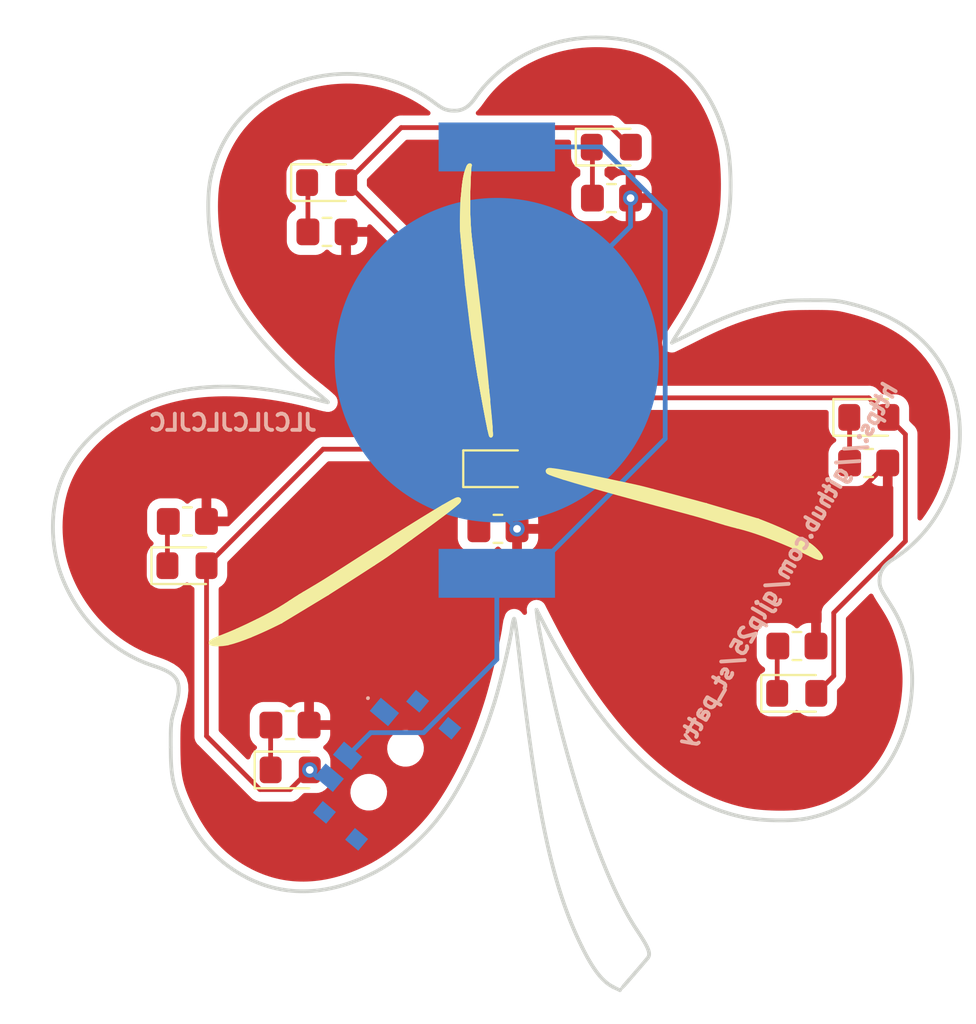
<source format=kicad_pcb>
(kicad_pcb (version 20211014) (generator pcbnew)
  (layers (0 "F.Cu" signal) (31 "B.Cu" signal) (34 "B.Paste" user) (35 "F.Paste" user) (36 "B.SilkS" user "B.Silkscreen") (37 "F.SilkS" user "F.Silkscreen") (38 "B.Mask" user) (39 "F.Mask" user) (44 "Edge.Cuts" user))
  (net 0 "")
  (net 2 "Net-(BT1-Pad1)")
  (net 3 "Net-(D1-Pad2)")
  (net 8 "GND")
  (net 9 "Net-(D1-Pad1)")
  (net 10 "Net-(D2-Pad1)")
  (net 11 "Net-(D3-Pad1)")
  (net 12 "Net-(D4-Pad1)")
  (net 13 "Net-(D5-Pad1)")
  (net 14 "Net-(D6-Pad1)")
  (net 15 "Net-(D7-Pad1)")
  (footprint "LED_SMD:LED_0805_2012Metric_Pad1.15x1.40mm_HandSolder" (layer "F.Cu") (at 98.1 48.66)
    (fp_text reference "D7" hide)
    (fp_text value "LED")
    (fp_line (start -1.86 -0.96) (end -1.86 0.96) (layer "F.SilkS") (width 0.12))
    (fp_line (start 1 -0.96) (end -1.86 -0.96) (layer "F.SilkS") (width 0.12))
    (fp_line (start -1.86 0.96) (end 1 0.96) (layer "F.SilkS") (width 0.12))
    (pad "1" smd roundrect locked (at -1.025 0) (size 1.15 1.4) (layers "F.Cu" "F.Paste" "F.Mask") (roundrect_rratio 0.217391) (net 15 "Net-(D7-Pad1)"))
    (pad "2" smd roundrect locked (at 1.025 0) (size 1.15 1.4) (layers "F.Cu" "F.Paste" "F.Mask") (roundrect_rratio 0.217391) (net 3 "Net-(D1-Pad2)"))
  )
  (footprint "Resistor_SMD:R_0805_2012Metric_Pad1.20x1.40mm_HandSolder" (layer "F.Cu") (at 89.1 36.25)
    (fp_text reference "R1" hide)
    (fp_text value "1k")
    (fp_line (start -0.227064 -0.735) (end 0.227064 -0.735) (layer "F.SilkS") (width 0.12))
    (fp_line (start -0.227064 0.735) (end 0.227064 0.735) (layer "F.SilkS") (width 0.12))
    (pad "1" smd roundrect locked (at -1 0) (size 1.2 1.4) (layers "F.Cu" "F.Paste" "F.Mask") (roundrect_rratio 0.208333) (net 9 "Net-(D1-Pad1)"))
    (pad "2" smd roundrect locked (at 1 0) (size 1.2 1.4) (layers "F.Cu" "F.Paste" "F.Mask") (roundrect_rratio 0.208333) (net 8 "GND"))
  )
  (footprint "Resistor_SMD:R_0805_2012Metric_Pad1.20x1.40mm_HandSolder" (layer "F.Cu") (at 113.73 57.95)
    (fp_text reference "R4" hide)
    (fp_text value "1k")
    (fp_line (start -0.227064 0.735) (end 0.227064 0.735) (layer "F.SilkS") (width 0.12))
    (fp_line (start -0.227064 -0.735) (end 0.227064 -0.735) (layer "F.SilkS") (width 0.12))
    (pad "1" smd roundrect locked (at -1 0) (size 1.2 1.4) (layers "F.Cu" "F.Paste" "F.Mask") (roundrect_rratio 0.208333) (net 12 "Net-(D4-Pad1)"))
    (pad "2" smd roundrect locked (at 1 0) (size 1.2 1.4) (layers "F.Cu" "F.Paste" "F.Mask") (roundrect_rratio 0.208333) (net 8 "GND"))
  )
  (footprint "Resistor_SMD:R_0805_2012Metric_Pad1.20x1.40mm_HandSolder" (layer "F.Cu") (at 98.06 51.81)
    (fp_text reference "R7" hide)
    (fp_text value "1k")
    (fp_line (start -0.227064 -0.735) (end 0.227064 -0.735) (layer "F.SilkS") (width 0.12))
    (fp_line (start -0.227064 0.735) (end 0.227064 0.735) (layer "F.SilkS") (width 0.12))
    (pad "1" smd roundrect locked (at -1 0) (size 1.2 1.4) (layers "F.Cu" "F.Paste" "F.Mask") (roundrect_rratio 0.208333) (net 15 "Net-(D7-Pad1)"))
    (pad "2" smd roundrect locked (at 1 0) (size 1.2 1.4) (layers "F.Cu" "F.Paste" "F.Mask") (roundrect_rratio 0.208333) (net 8 "GND"))
  )
  (footprint "LED_SMD:LED_0805_2012Metric_Pad1.15x1.40mm_HandSolder" (layer "F.Cu") (at 113.72 60.43)
    (fp_text reference "D4" hide)
    (fp_text value "LED")
    (fp_line (start -1.86 0.96) (end 1 0.96) (layer "F.SilkS") (width 0.12))
    (fp_line (start -1.86 -0.96) (end -1.86 0.96) (layer "F.SilkS") (width 0.12))
    (fp_line (start 1 -0.96) (end -1.86 -0.96) (layer "F.SilkS") (width 0.12))
    (pad "1" smd roundrect locked (at -1.025 0) (size 1.15 1.4) (layers "F.Cu" "F.Paste" "F.Mask") (roundrect_rratio 0.217391) (net 12 "Net-(D4-Pad1)"))
    (pad "2" smd roundrect locked (at 1.025 0) (size 1.15 1.4) (layers "F.Cu" "F.Paste" "F.Mask") (roundrect_rratio 0.217391) (net 3 "Net-(D1-Pad2)"))
  )
  (footprint "Resistor_SMD:R_0805_2012Metric_Pad1.20x1.40mm_HandSolder" (layer "F.Cu") (at 117.49 48.36)
    (fp_text reference "R3" hide)
    (fp_text value "1k")
    (fp_line (start -0.227064 -0.735) (end 0.227064 -0.735) (layer "F.SilkS") (width 0.12))
    (fp_line (start -0.227064 0.735) (end 0.227064 0.735) (layer "F.SilkS") (width 0.12))
    (pad "1" smd roundrect locked (at -1 0) (size 1.2 1.4) (layers "F.Cu" "F.Paste" "F.Mask") (roundrect_rratio 0.208333) (net 11 "Net-(D3-Pad1)"))
    (pad "2" smd roundrect locked (at 1 0) (size 1.2 1.4) (layers "F.Cu" "F.Paste" "F.Mask") (roundrect_rratio 0.208333) (net 8 "GND"))
  )
  (footprint "LED_SMD:LED_0805_2012Metric_Pad1.15x1.40mm_HandSolder" (layer "F.Cu") (at 81.76 53.74)
    (fp_text reference "D6" hide)
    (fp_text value "LED")
    (fp_line (start -1.86 -0.96) (end -1.86 0.96) (layer "F.SilkS") (width 0.12))
    (fp_line (start 1 -0.96) (end -1.86 -0.96) (layer "F.SilkS") (width 0.12))
    (fp_line (start -1.86 0.96) (end 1 0.96) (layer "F.SilkS") (width 0.12))
    (pad "1" smd roundrect locked (at -1.025 0) (size 1.15 1.4) (layers "F.Cu" "F.Paste" "F.Mask") (roundrect_rratio 0.217391) (net 14 "Net-(D6-Pad1)"))
    (pad "2" smd roundrect locked (at 1.025 0) (size 1.15 1.4) (layers "F.Cu" "F.Paste" "F.Mask") (roundrect_rratio 0.217391) (net 3 "Net-(D1-Pad2)"))
  )
  (footprint "Resistor_SMD:R_0805_2012Metric_Pad1.20x1.40mm_HandSolder" (layer "F.Cu") (at 104.01 34.48)
    (fp_text reference "R2" hide)
    (fp_text value "1k")
    (fp_line (start -0.227064 -0.735) (end 0.227064 -0.735) (layer "F.SilkS") (width 0.12))
    (fp_line (start -0.227064 0.735) (end 0.227064 0.735) (layer "F.SilkS") (width 0.12))
    (pad "1" smd roundrect locked (at -1 0) (size 1.2 1.4) (layers "F.Cu" "F.Paste" "F.Mask") (roundrect_rratio 0.208333) (net 10 "Net-(D2-Pad1)"))
    (pad "2" smd roundrect locked (at 1 0) (size 1.2 1.4) (layers "F.Cu" "F.Paste" "F.Mask") (roundrect_rratio 0.208333) (net 8 "GND"))
  )
  (footprint "LED_SMD:LED_0805_2012Metric_Pad1.15x1.40mm_HandSolder" (layer "F.Cu") (at 87.17 64.44)
    (fp_text reference "D5" hide)
    (fp_text value "LED")
    (fp_line (start -1.86 0.96) (end 1 0.96) (layer "F.SilkS") (width 0.12))
    (fp_line (start -1.86 -0.96) (end -1.86 0.96) (layer "F.SilkS") (width 0.12))
    (fp_line (start 1 -0.96) (end -1.86 -0.96) (layer "F.SilkS") (width 0.12))
    (pad "1" smd roundrect locked (at -1.025 0) (size 1.15 1.4) (layers "F.Cu" "F.Paste" "F.Mask") (roundrect_rratio 0.217391) (net 13 "Net-(D5-Pad1)"))
    (pad "2" smd roundrect locked (at 1.025 0) (size 1.15 1.4) (layers "F.Cu" "F.Paste" "F.Mask") (roundrect_rratio 0.217391) (net 3 "Net-(D1-Pad2)"))
  )
  (footprint "Resistor_SMD:R_0805_2012Metric_Pad1.20x1.40mm_HandSolder" (layer "F.Cu") (at 87.16 62.09)
    (fp_text reference "R5" hide)
    (fp_text value "1k")
    (fp_line (start -0.227064 -0.735) (end 0.227064 -0.735) (layer "F.SilkS") (width 0.12))
    (fp_line (start -0.227064 0.735) (end 0.227064 0.735) (layer "F.SilkS") (width 0.12))
    (pad "1" smd roundrect locked (at -1 0) (size 1.2 1.4) (layers "F.Cu" "F.Paste" "F.Mask") (roundrect_rratio 0.208333) (net 13 "Net-(D5-Pad1)"))
    (pad "2" smd roundrect locked (at 1 0) (size 1.2 1.4) (layers "F.Cu" "F.Paste" "F.Mask") (roundrect_rratio 0.208333) (net 8 "GND"))
  )
  (footprint "LED_SMD:LED_0805_2012Metric_Pad1.15x1.40mm_HandSolder" (layer "F.Cu") (at 117.5 45.97)
    (fp_text reference "D3" hide)
    (fp_text value "LED")
    (fp_line (start -1.86 -0.96) (end -1.86 0.96) (layer "F.SilkS") (width 0.12))
    (fp_line (start 1 -0.96) (end -1.86 -0.96) (layer "F.SilkS") (width 0.12))
    (fp_line (start -1.86 0.96) (end 1 0.96) (layer "F.SilkS") (width 0.12))
    (pad "1" smd roundrect locked (at -1.025 0) (size 1.15 1.4) (layers "F.Cu" "F.Paste" "F.Mask") (roundrect_rratio 0.217391) (net 11 "Net-(D3-Pad1)"))
    (pad "2" smd roundrect locked (at 1.025 0) (size 1.15 1.4) (layers "F.Cu" "F.Paste" "F.Mask") (roundrect_rratio 0.217391) (net 3 "Net-(D1-Pad2)"))
  )
  (footprint "LED_SMD:LED_0805_2012Metric_Pad1.15x1.40mm_HandSolder" (layer "F.Cu") (at 104 31.81)
    (fp_text reference "D2" hide)
    (fp_text value "LED")
    (fp_line (start -1.86 0.96) (end 1 0.96) (layer "F.SilkS") (width 0.12))
    (fp_line (start -1.86 -0.96) (end -1.86 0.96) (layer "F.SilkS") (width 0.12))
    (fp_line (start 1 -0.96) (end -1.86 -0.96) (layer "F.SilkS") (width 0.12))
    (pad "1" smd roundrect locked (at -1.025 0) (size 1.15 1.4) (layers "F.Cu" "F.Paste" "F.Mask") (roundrect_rratio 0.217391) (net 10 "Net-(D2-Pad1)"))
    (pad "2" smd roundrect locked (at 1.025 0) (size 1.15 1.4) (layers "F.Cu" "F.Paste" "F.Mask") (roundrect_rratio 0.217391) (net 3 "Net-(D1-Pad2)"))
  )
  (footprint "LED_SMD:LED_0805_2012Metric_Pad1.15x1.40mm_HandSolder" (layer "F.Cu") (at 89.08 33.67)
    (fp_text reference "D1" hide)
    (fp_text value "LED")
    (fp_line (start -1.86 0.96) (end 1 0.96) (layer "F.SilkS") (width 0.12))
    (fp_line (start 1 -0.96) (end -1.86 -0.96) (layer "F.SilkS") (width 0.12))
    (fp_line (start -1.86 -0.96) (end -1.86 0.96) (layer "F.SilkS") (width 0.12))
    (pad "1" smd roundrect locked (at -1.025 0) (size 1.15 1.4) (layers "F.Cu" "F.Paste" "F.Mask") (roundrect_rratio 0.217391) (net 9 "Net-(D1-Pad1)"))
    (pad "2" smd roundrect locked (at 1.025 0) (size 1.15 1.4) (layers "F.Cu" "F.Paste" "F.Mask") (roundrect_rratio 0.217391) (net 3 "Net-(D1-Pad2)"))
  )
  (footprint "Resistor_SMD:R_0805_2012Metric_Pad1.20x1.40mm_HandSolder" (layer "F.Cu") (at 81.78 51.42)
    (fp_text reference "R6" hide)
    (fp_text value "1k")
    (fp_line (start -0.227064 0.735) (end 0.227064 0.735) (layer "F.SilkS") (width 0.12))
    (fp_line (start -0.227064 -0.735) (end 0.227064 -0.735) (layer "F.SilkS") (width 0.12))
    (pad "1" smd roundrect locked (at -1 0) (size 1.2 1.4) (layers "F.Cu" "F.Paste" "F.Mask") (roundrect_rratio 0.208333) (net 14 "Net-(D6-Pad1)"))
    (pad "2" smd roundrect locked (at 1 0) (size 1.2 1.4) (layers "F.Cu" "F.Paste" "F.Mask") (roundrect_rratio 0.208333) (net 8 "GND"))
  )
  (footprint "user-footprints:CR2032_holder_ali" (layer "B.Cu") (at 98 42.97 90)
    (fp_text reference "BT1" hide)
    (fp_text value "Battery_Cell")
    (pad "1" smd rect (at 11.17 0 90) (size 2.56 6.1) (layers "B.Cu" "B.Paste" "B.Mask") (net 2 "Net-(BT1-Pad1)"))
    (pad "1" smd rect (at -11.17 0 90) (size 2.56 6.1) (layers "B.Cu" "B.Paste" "B.Mask") (net 2 "Net-(BT1-Pad1)"))
    (pad "2" smd circle (at 0 0 90) (size 17 17) (layers "B.Cu" "B.Paste" "B.Mask") (net 8 "GND"))
  )
  (footprint "user-footprints:MK12C02" (layer "B.Cu") (at 92.250476 64.459603 -130)
    (fp_text reference "J1" hide)
    (fp_text value "MK-12C02" hide)
    (fp_line (start -2.2 3.2) (end -2.2 3.2) (layer "B.SilkS") (width 0.1))
    (fp_line (start -2.3 3.2) (end -2.3 3.2) (layer "B.SilkS") (width 0.1))
    (fp_arc (start -2.2 3.2) (mid -2.25 3.25) (end -2.3 3.2) (layer "B.SilkS") (width 0.1))
    (fp_arc (start -2.3 3.2) (mid -2.25 3.15) (end -2.2 3.2) (layer "B.SilkS") (width 0.1))
    (pad "" np_thru_hole circle locked (at 1.5 0 230) (size 0.9 0.9) (drill 0.9) (layers *.Cu *.Mask))
    (pad "" np_thru_hole circle locked (at -1.5 0 230) (size 0.9 0.9) (drill 0.9) (layers *.Cu *.Mask))
    (pad "1" smd rect locked (at -2.25 2.075 230) (size 0.9 1.25) (layers "B.Cu" "B.Paste" "B.Mask"))
    (pad "2" smd rect locked (at 0.75 2.075 230) (size 0.9 1.25) (layers "B.Cu" "B.Paste" "B.Mask") (net 2 "Net-(BT1-Pad1)"))
    (pad "3" smd rect locked (at 2.25 2.075 230) (size 0.9 1.25) (layers "B.Cu" "B.Paste" "B.Mask") (net 3 "Net-(D1-Pad2)"))
    (pad "MP1" smd rect locked (at -3.8 1.1 230) (size 0.8 0.9) (layers "B.Cu" "B.Paste" "B.Mask"))
    (pad "MP2" smd rect locked (at -3.8 -1.1 230) (size 0.8 0.9) (layers "B.Cu" "B.Paste" "B.Mask"))
    (pad "MP3" smd rect locked (at 3.8 -1.1 230) (size 0.8 0.9) (layers "B.Cu" "B.Paste" "B.Mask"))
    (pad "MP4" smd rect locked (at 3.8 1.1 230) (size 0.8 0.9) (layers "B.Cu" "B.Paste" "B.Mask"))
  )
  (gr_line (start 111.681759 51.365118) (end 108.958229 50.558202) (layer "F.SilkS") (width 0.2))
  (gr_curve (pts (xy 97.51799 45.449611) (xy 97.526906 45.459353) (xy 97.543205 45.474281) (xy 97.569668 45.471831)) (layer "F.SilkS") (width 0.2))
  (gr_curve (pts (xy 96.479759 32.91227) (xy 96.515426 32.836876) (xy 96.552568 32.775191) (xy 96.562297 32.775191)) (layer "F.SilkS") (width 0.2))
  (gr_curve (pts (xy 96.182927 35.551822) (xy 96.191846 34.205241) (xy 96.292806 33.307457) (xy 96.479759 32.91227)) (layer "F.SilkS") (width 0.2))
  (gr_curve (pts (xy 87.140188 55.811143) (xy 87.397482 55.643522) (xy 87.958529 55.295687) (xy 88.386959 55.038179)) (layer "F.SilkS") (width 0.2))
  (gr_curve (pts (xy 100.679003 48.824951) (xy 100.687629 48.835336) (xy 100.696175 48.841461) (xy 100.705951 48.848004)) (layer "F.SilkS") (width 0.2))
  (gr_line (start 96.594753 32.76222) (end 96.594753 32.762233) (layer "F.SilkS") (width 0.2))
  (gr_curve (pts (xy 93.491256 52.284822) (xy 94.968492 51.220865) (xy 95.711381 50.655983) (xy 95.942108 50.435352)) (layer "F.SilkS") (width 0.2))
  (gr_curve (pts (xy 83.488395 57.503383) (xy 83.277305 57.586147) (xy 83.219516 57.599676) (xy 83.051939 57.713973)) (layer "F.SilkS") (width 0.2))
  (gr_curve (pts (xy 96.491401 32.85007) (xy 96.525403 32.790895) (xy 96.553713 32.743242) (xy 96.594753 32.76222)) (layer "F.SilkS") (width 0.2))
  (gr_line (start 96.429904 39.030065) (end 96.429904 39.029033) (layer "F.SilkS") (width 0.2))
  (gr_curve (pts (xy 93.433111 52.204) (xy 91.919953 53.293829) (xy 92.119659 53.144297) (xy 91.480258 53.561643)) (layer "F.SilkS") (width 0.2))
  (gr_curve (pts (xy 95.501734 50.623758) (xy 95.538469 50.660494) (xy 93.01936 52.510123) (xy 91.967683 53.2186)) (layer "F.SilkS") (width 0.2))
  (gr_curve (pts (xy 97.501964 44.566968) (xy 97.524136 44.848543) (xy 97.52851 45.013557) (xy 97.530386 45.158663)) (layer "F.SilkS") (width 0.2))
  (gr_curve (pts (xy 89.350031 54.314298) (xy 88.829786 54.648948) (xy 88.343049 54.928848) (xy 87.901929 55.193489)) (layer "F.SilkS") (width 0.2))
  (gr_curve (pts (xy 108.16894 50.884362) (xy 105.75267 50.241176) (xy 102.892906 49.466741) (xy 101.530959 49.041593)) (layer "F.SilkS") (width 0.2))
  (gr_curve (pts (xy 114.330431 52.734339) (xy 114.468448 52.831578) (xy 114.577948 52.926257) (xy 114.643761 53.009653)) (layer "F.SilkS") (width 0.2))
  (gr_curve (pts (xy 96.654309 37.084623) (xy 96.68778 37.347209) (xy 96.749901 37.946509) (xy 96.792356 38.4164)) (layer "F.SilkS") (width 0.2))
  (gr_curve (pts (xy 97.082292 43.775294) (xy 96.824763 42.303799) (xy 96.542952 40.068665) (xy 96.31 37.65)) (layer "F.SilkS") (width 0.2))
  (gr_curve (pts (xy 114.686716 53.138249) (xy 113.822537 52.700115) (xy 112.185488 51.964547) (xy 110.626627 51.591981)) (layer "F.SilkS") (width 0.2))
  (gr_curve (pts (xy 95.187365 50.647167) (xy 93.951227 51.370113) (xy 91.453228 52.961404) (xy 89.350031 54.314298)) (layer "F.SilkS") (width 0.2))
  (gr_curve (pts (xy 100.665695 48.767845) (xy 100.658048 48.793293) (xy 100.670378 48.814582) (xy 100.679003 48.824951)) (layer "F.SilkS") (width 0.2))
  (gr_line (start 96.594753 32.762233) (end 96.594753 32.76222) (layer "F.SilkS") (width 0.2))
  (gr_curve (pts (xy 110.004021 51.528804) (xy 110.210255 51.588701) (xy 110.409362 51.643187) (xy 110.602997 51.689465)) (layer "F.SilkS") (width 0.2))
  (gr_curve (pts (xy 86.679811 56.672539) (xy 86.680923 56.67201) (xy 86.682007 56.67148) (xy 86.683066 56.670951)) (layer "F.SilkS") (width 0.2))
  (gr_curve (pts (xy 86.958864 55.793056) (xy 86.475229 56.102015) (xy 85.975546 56.372044) (xy 85.462475 56.625782)) (layer "F.SilkS") (width 0.2))
  (gr_curve (pts (xy 97.691099 46.922188) (xy 97.684378 46.922188) (xy 97.644025 46.761055) (xy 97.601425 46.564116)) (layer "F.SilkS") (width 0.2))
  (gr_curve (pts (xy 84.402286 57.126026) (xy 84.163516 57.235088) (xy 83.747046 57.401963) (xy 83.488395 57.503383)) (layer "F.SilkS") (width 0.2))
  (gr_curve (pts (xy 87.901929 55.193489) (xy 87.830726 55.236206) (xy 87.760712 55.278526) (xy 87.691937 55.320613)) (layer "F.SilkS") (width 0.2))
  (gr_curve (pts (xy 100.83625 48.721501) (xy 100.796436 48.718771) (xy 100.765588 48.718268) (xy 100.740868 48.720575)) (layer "F.SilkS") (width 0.2))
  (gr_curve (pts (xy 100.705951 48.848004) (xy 100.725504 48.861093) (xy 100.750459 48.873791) (xy 100.782791 48.88826)) (layer "F.SilkS") (width 0.2))
  (gr_line (start 111.652917 51.46098) (end 111.653446 51.461179) (layer "F.SilkS") (width 0.2))
  (gr_curve (pts (xy 95.971427 50.249439) (xy 95.957933 50.248831) (xy 95.947667 50.251001) (xy 95.936237 50.253826)) (layer "F.SilkS") (width 0.2))
  (gr_curve (pts (xy 96.31 37.65) (xy 96.181998 36.320997) (xy 96.178243 36.258997) (xy 96.182927 35.551822)) (layer "F.SilkS") (width 0.2))
  (gr_curve (pts (xy 87.691937 55.320613) (xy 87.508759 55.432712) (xy 87.334372 55.543168) (xy 87.169739 55.655118)) (layer "F.SilkS") (width 0.2))
  (gr_curve (pts (xy 96.743354 37.719842) (xy 96.79577 38.151001) (xy 96.849488 38.596054) (xy 96.903059 39.044621)) (layer "F.SilkS") (width 0.2))
  (gr_curve (pts (xy 97.006183 40.414067) (xy 97.452954 44.152528) (xy 97.744433 46.922188) (xy 97.691099 46.922188)) (layer "F.SilkS") (width 0.2))
  (gr_curve (pts (xy 85.462475 56.625782) (xy 85.114944 56.797655) (xy 84.761273 56.962059) (xy 84.402286 57.126026)) (layer "F.SilkS") (width 0.2))
  (gr_curve (pts (xy 97.006183 40.414067) (xy 97.452954 44.152528) (xy 97.744433 46.922188) (xy 97.691099 46.922188)) (layer "F.SilkS") (width 0.2))
  (gr_curve (pts (xy 96.515716 35.418456) (xy 96.544554 36.131656) (xy 96.566558 36.396182) (xy 96.654309 37.084623)) (layer "F.SilkS") (width 0.2))
  (gr_curve (pts (xy 96.792356 38.4164) (xy 96.834812 38.886291) (xy 96.931034 39.785241) (xy 97.006183 40.414067)) (layer "F.SilkS") (width 0.2))
  (gr_curve (pts (xy 95.237668 50.733254) (xy 95.481474 50.590657) (xy 95.628111 50.514849) (xy 95.757913 50.44996)) (layer "F.SilkS") (width 0.2))
  (gr_line (start 86.631697 56.585091) (end 86.631221 56.585321) (layer "F.SilkS") (width 0.2))
  (gr_line (start 83.348447 57.69778) (end 83.348436 57.697786) (layer "F.SilkS") (width 0.2))
  (gr_line (start 96.429904 39.029033) (end 96.166356 36.202332) (layer "F.SilkS") (width 0.2))
  (gr_line (start 83.424203 57.728406) (end 83.424203 57.728406) (layer "F.SilkS") (width 0.2))
  (gr_line (start 89.062366 55.11617) (end 89.061413 55.116699) (layer "F.SilkS") (width 0.2))
  (gr_curve (pts (xy 83.887072 57.706406) (xy 83.722238 57.742921) (xy 83.5785 57.760084) (xy 83.472529 57.752557)) (layer "F.SilkS") (width 0.2))
  (gr_curve (pts (xy 96.561767 32.99506) (xy 96.514406 33.566808) (xy 96.490887 34.804437) (xy 96.515716 35.418456)) (layer "F.SilkS") (width 0.2))
  (gr_curve (pts (xy 108.956641 50.55762) (xy 108.956641 50.55762) (xy 107.141642 50.066667) (xy 106.17712 49.816789)) (layer "F.SilkS") (width 0.2))
  (gr_curve (pts (xy 111.653446 51.461179) (xy 111.656833 51.462449) (xy 112.473051 51.765731) (xy 113.266311 52.143127)) (layer "F.SilkS") (width 0.2))
  (gr_curve (pts (xy 97.691099 46.922188) (xy 97.684378 46.922188) (xy 97.644025 46.761055) (xy 97.601425 46.564116)) (layer "F.SilkS") (width 0.2))
  (gr_curve (pts (xy 95.854727 50.283506) (xy 95.724867 50.340166) (xy 95.496402 50.466433) (xy 95.187365 50.647167)) (layer "F.SilkS") (width 0.2))
  (gr_curve (pts (xy 96.562297 32.775191) (xy 96.572025 32.775191) (xy 96.57179 32.874132) (xy 96.561767 32.99506)) (layer "F.SilkS") (width 0.2))
  (gr_curve (pts (xy 114.388007 52.652789) (xy 114.10309 52.452049) (xy 113.709099 52.243174) (xy 113.309017 52.052838)) (layer "F.SilkS") (width 0.2))
  (gr_curve (pts (xy 111.685119 51.366467) (xy 111.684061 51.365991) (xy 111.682738 51.365541) (xy 111.681759 51.365118)) (layer "F.SilkS") (width 0.2))
  (gr_curve (pts (xy 100.782791 48.88826) (xy 100.912138 48.946079) (xy 101.159351 49.029895) (xy 101.501092 49.136578)) (layer "F.SilkS") (width 0.2))
  (gr_line (start 108.931016 50.654161) (end 111.652917 51.46098) (layer "F.SilkS") (width 0.2))
  (gr_curve (pts (xy 83.472529 57.752557) (xy 83.404453 57.747715) (xy 83.349227 57.742979) (xy 83.348436 57.697786)) (layer "F.SilkS") (width 0.2))
  (gr_curve (pts (xy 97.006183 40.414067) (xy 97.452954 44.152528) (xy 97.744433 46.922188) (xy 97.691099 46.922188)) (layer "F.SilkS") (width 0.2))
  (gr_curve (pts (xy 96.166356 36.201803) (xy 96.166266 36.198204) (xy 96.144184 35.327723) (xy 96.199429 34.451005)) (layer "F.SilkS") (width 0.2))
  (gr_curve (pts (xy 108.958229 50.558202) (xy 108.9577 50.557995) (xy 108.95717 50.557805) (xy 108.956641 50.55762)) (layer "F.SilkS") (width 0.2))
  (gr_curve (pts (xy 96.927033 39.650699) (xy 97.228787 42.132835) (xy 97.573677 45.075463) (xy 97.685643 46.497824)) (layer "F.SilkS") (width 0.2))
  (gr_curve (pts (xy 86.631221 56.585321) (xy 86.628022 56.586909) (xy 85.85406 56.985983) (xy 85.040806 57.318101)) (layer "F.SilkS") (width 0.2))
  (gr_curve (pts (xy 89.115381 55.200625) (xy 89.115381 55.200625) (xy 90.700773 54.189795) (xy 91.535131 53.645198)) (layer "F.SilkS") (width 0.2))
  (gr_curve (pts (xy 96.31 37.65) (xy 96.181998 36.320997) (xy 96.178243 36.258997) (xy 96.182927 35.551822)) (layer "F.SilkS") (width 0.2))
  (gr_curve (pts (xy 103.854055 49.28726) (xy 102.07264 48.912036) (xy 101.154734 48.74343) (xy 100.83625 48.721501)) (layer "F.SilkS") (width 0.2))
  (gr_curve (pts (xy 83.34847 57.697698) (xy 84.254387 57.354071) (xy 85.900722 56.639532) (xy 87.226089 55.738279)) (layer "F.SilkS") (width 0.2))
  (gr_poly (pts (xy 104.478621 49.464585) (xy 107.698621 50.254585) (xy 110.858621 51.204585) (xy 111.878621 51.494585) (xy 113.288621 52.204585) (xy 114.228621 52.734585) (xy 114.818621 53.154585) (xy 114.66 53.22) (xy 114.198621 52.994585) (xy 113.118621 52.464585) (xy 112.048621 52.034585) (xy 109.938621 51.384585) (xy 107.698621 50.714585) (xy 106.028621 50.304585) (xy 103.558621 49.594585) (xy 101.618621 49.174585) (xy 101.598621 48.92)) (layer "F.SilkS") (width 0.15) (fill solid))
  (gr_curve (pts (xy 96.903059 39.044621) (xy 97.157897 41.178404) (xy 97.409447 43.391677) (xy 97.501964 44.566968)) (layer "F.SilkS") (width 0.2))
  (gr_curve (pts (xy 83.908488 57.803902) (xy 84.248769 57.728522) (xy 84.668532 57.578001) (xy 85.078698 57.410493)) (layer "F.SilkS") (width 0.2))
  (gr_curve (pts (xy 96.515716 35.418456) (xy 96.544554 36.131656) (xy 96.566558 36.396182) (xy 96.654309 37.084623)) (layer "F.SilkS") (width 0.2))
  (gr_curve (pts (xy 96.561767 32.99506) (xy 96.514406 33.566808) (xy 96.490887 34.804437) (xy 96.515716 35.418456)) (layer "F.SilkS") (width 0.2))
  (gr_curve (pts (xy 108.143392 50.981077) (xy 108.837648 51.165881) (xy 109.446874 51.36702) (xy 110.004021 51.528804)) (layer "F.SilkS") (width 0.2))
  (gr_curve (pts (xy 101.501092 49.136578) (xy 102.868059 49.563293) (xy 105.726791 50.337802) (xy 108.143392 50.981077)) (layer "F.SilkS") (width 0.2))
  (gr_curve (pts (xy 97.497829 45.419639) (xy 97.503491 45.430683) (xy 97.509073 45.439869) (xy 97.51799 45.449611)) (layer "F.SilkS") (width 0.2))
  (gr_curve (pts (xy 96.182927 35.551822) (xy 96.191846 34.205241) (xy 96.292806 33.307457) (xy 96.479759 32.91227)) (layer "F.SilkS") (width 0.2))
  (gr_curve (pts (xy 101.530959 49.041593) (xy 101.26134 48.957435) (xy 101.106541 48.900114) (xy 100.971148 48.84788)) (layer "F.SilkS") (width 0.2))
  (gr_curve (pts (xy 90.284115 53.853732) (xy 92.50358 52.432073) (xy 94.033654 51.471136) (xy 94.907645 50.950001)) (layer "F.SilkS") (width 0.2))
  (gr_curve (pts (xy 91.967683 53.2186) (xy 90.412445 54.266305) (xy 87.051937 56.352099) (xy 86.360795 56.698674)) (layer "F.SilkS") (width 0.2))
  (gr_curve (pts (xy 88.386959 55.038179) (xy 88.81539 54.780671) (xy 89.66911 54.24767) (xy 90.284115 53.853732)) (layer "F.SilkS") (width 0.2))
  (gr_curve (pts (xy 113.554244 52.744221) (xy 113.795681 52.847244) (xy 114.199544 53.042668) (xy 114.448723 53.165533)) (layer "F.SilkS") (width 0.2))
  (gr_poly (pts (xy 96.51 33.36) (xy 96.49 34.38) (xy 96.56 36.4) (xy 96.76 38.16) (xy 97.29 42.63) (xy 97.59 45.06) (xy 97.46 45.37) (xy 97.13 43.55) (xy 96.89 42.04) (xy 96.74 40.98) (xy 96.32 37.47) (xy 96.22 36) (xy 96.2 34.7) (xy 96.29 33.57) (xy 96.41 33.08) (xy 96.54 32.8)) (layer "F.SilkS") (width 0.15) (fill solid))
  (gr_curve (pts (xy 112.470394 52.297551) (xy 112.831519 52.438643) (xy 113.191251 52.589326) (xy 113.554244 52.744221)) (layer "F.SilkS") (width 0.2))
  (gr_curve (pts (xy 89.113953 55.201419) (xy 89.114429 55.201196) (xy 89.114905 55.20089) (xy 89.115381 55.200625)) (layer "F.SilkS") (width 0.2))
  (gr_line (start 97.60143 46.564116) (end 97.60143 46.564116) (layer "F.SilkS") (width 0.2))
  (gr_curve (pts (xy 96.479759 32.91227) (xy 96.515426 32.836876) (xy 96.552568 32.775191) (xy 96.562297 32.775191)) (layer "F.SilkS") (width 0.2))
  (gr_line (start 86.683066 56.670951) (end 89.113953 55.201419) (layer "F.SilkS") (width 0.2))
  (gr_curve (pts (xy 97.60143 46.564116) (xy 97.49746 46.08346) (xy 97.310077 45.076837) (xy 97.082292 43.775294)) (layer "F.SilkS") (width 0.2))
  (gr_curve (pts (xy 110.602997 51.689465) (xy 111.244432 51.847474) (xy 111.859398 52.05881) (xy 112.470394 52.297551)) (layer "F.SilkS") (width 0.2))
  (gr_line (start 83.908366 57.803754) (end 83.908488 57.803902) (layer "F.SilkS") (width 0.2))
  (gr_curve (pts (xy 96.792356 38.4164) (xy 96.834812 38.886291) (xy 96.931034 39.785241) (xy 97.006183 40.414067)) (layer "F.SilkS") (width 0.2))
  (gr_curve (pts (xy 96.02524 50.33427) (xy 96.030135 50.322004) (xy 96.036458 50.300833) (xy 96.022594 50.278071)) (layer "F.SilkS") (width 0.2))
  (gr_curve (pts (xy 96.515716 35.418456) (xy 96.544554 36.131656) (xy 96.566558 36.396182) (xy 96.654309 37.084623)) (layer "F.SilkS") (width 0.2))
  (gr_line (start 89.061413 55.116699) (end 86.631697 56.585091) (layer "F.SilkS") (width 0.2))
  (gr_curve (pts (xy 83.411639 57.68961) (xy 84.763901 57.168783) (xy 86.053666 56.518993) (xy 87.140188 55.811143)) (layer "F.SilkS") (width 0.2))
  (gr_curve (pts (xy 95.936237 50.253826) (xy 95.913377 50.25948) (xy 95.887196 50.269352) (xy 95.854727 50.283506)) (layer "F.SilkS") (width 0.2))
  (gr_curve (pts (xy 96.561767 32.99506) (xy 96.514406 33.566808) (xy 96.490887 34.804437) (xy 96.515716 35.418456)) (layer "F.SilkS") (width 0.2))
  (gr_curve (pts (xy 114.643761 53.009653) (xy 114.686044 53.063229) (xy 114.719746 53.107232) (xy 114.686864 53.138267)) (layer "F.SilkS") (width 0.2))
  (gr_line (start 97.601425 46.564116) (end 97.60143 46.564116) (layer "F.SilkS") (width 0.2))
  (gr_curve (pts (xy 106.152358 49.913702) (xy 107.11524 50.163154) (xy 108.928662 50.653416) (xy 108.929958 50.653765)) (layer "F.SilkS") (width 0.2))
  (gr_curve (pts (xy 96.776138 41.883637) (xy 96.649524 40.89706) (xy 96.430063 39.031397) (xy 96.429904 39.030065)) (layer "F.SilkS") (width 0.2))
  (gr_curve (pts (xy 89.40452 54.398358) (xy 91.507429 53.045647) (xy 94.00607 51.453545) (xy 95.237668 50.733254)) (layer "F.SilkS") (width 0.2))
  (gr_line (start 114.387858 52.652799) (end 114.388007 52.652789) (layer "F.SilkS") (width 0.2))
  (gr_curve (pts (xy 87.226089 55.738279) (xy 87.828553 55.328599) (xy 88.572628 54.933478) (xy 89.40452 54.398358)) (layer "F.SilkS") (width 0.2))
  (gr_line (start 96.246225 37.099209) (end 96.246225 37.098177) (layer "F.SilkS") (width 0.2))
  (gr_curve (pts (xy 106.17712 49.816789) (xy 105.439316 49.625647) (xy 105.678944 49.671644) (xy 103.854055 49.28726)) (layer "F.SilkS") (width 0.2))
  (gr_curve (pts (xy 113.266311 52.143127) (xy 113.663757 52.332214) (xy 114.054401 52.539859) (xy 114.330431 52.734339)) (layer "F.SilkS") (width 0.2))
  (gr_curve (pts (xy 96.182927 35.551822) (xy 96.191846 34.205241) (xy 96.292806 33.307457) (xy 96.479759 32.91227)) (layer "F.SilkS") (width 0.2))
  (gr_curve (pts (xy 100.705546 48.728142) (xy 100.693217 48.732799) (xy 100.673278 48.742374) (xy 100.665695 48.767845)) (layer "F.SilkS") (width 0.2))
  (gr_poly (pts (xy 94.8 51.32) (xy 93.82 51.99) (xy 91.35 53.69) (xy 88.62 55.44) (xy 87.32 56.24) (xy 86.29 56.77) (xy 85.2 57.25) (xy 83.5 57.86) (xy 83.24 57.82) (xy 83.24 57.69) (xy 83.37 57.58) (xy 85.54 56.77) (xy 87.55 55.6) (xy 88.26 55.16) (xy 90.24 53.9) (xy 92.21 52.69) (xy 93.68 51.75) (xy 94.66 51.13)) (layer "F.SilkS") (width 0.15) (fill solid))
  (gr_curve (pts (xy 95.757913 50.44996) (xy 95.505112 50.67863) (xy 94.839874 51.190801) (xy 93.433111 52.204)) (layer "F.SilkS") (width 0.2))
  (gr_curve (pts (xy 85.040806 57.318101) (xy 84.63334 57.484505) (xy 84.216741 57.633378) (xy 83.887072 57.706406)) (layer "F.SilkS") (width 0.2))
  (gr_curve (pts (xy 91.480258 53.561643) (xy 90.647319 54.105316) (xy 89.063497 55.115448) (xy 89.062366 55.11617)) (layer "F.SilkS") (width 0.2))
  (gr_curve (pts (xy 100.971148 48.84788) (xy 101.310442 48.880711) (xy 102.137084 49.027425) (xy 103.833513 49.384751)) (layer "F.SilkS") (width 0.2))
  (gr_curve (pts (xy 97.691099 46.922188) (xy 97.684378 46.922188) (xy 97.644025 46.761055) (xy 97.601425 46.564116)) (layer "F.SilkS") (width 0.2))
  (gr_curve (pts (xy 110.626627 51.591981) (xy 109.918023 51.422628) (xy 109.124797 51.138799) (xy 108.16894 50.884362)) (layer "F.SilkS") (width 0.2))
  (gr_curve (pts (xy 83.051939 57.713973) (xy 82.762645 57.911357) (xy 83.644149 57.887055) (xy 83.908366 57.803754)) (layer "F.SilkS") (width 0.2))
  (gr_line (start 83.348436 57.697786) (end 83.348447 57.69778) (layer "F.SilkS") (width 0.2))
  (gr_curve (pts (xy 96.654309 37.084623) (xy 96.68778 37.347209) (xy 96.749901 37.946509) (xy 96.792356 38.4164)) (layer "F.SilkS") (width 0.2))
  (gr_line (start 114.686853 53.138262) (end 114.686716 53.138249) (layer "F.SilkS") (width 0.2))
  (gr_curve (pts (xy 97.60143 46.564116) (xy 97.49746 46.08346) (xy 97.310077 45.076837) (xy 97.082292 43.775294)) (layer "F.SilkS") (width 0.2))
  (gr_curve (pts (xy 96.479759 32.91227) (xy 96.515426 32.836876) (xy 96.552568 32.775191) (xy 96.562297 32.775191)) (layer "F.SilkS") (width 0.2))
  (gr_curve (pts (xy 87.169739 55.655118) (xy 87.099795 55.701976) (xy 87.029501 55.747931) (xy 86.958864 55.793056)) (layer "F.SilkS") (width 0.2))
  (gr_curve (pts (xy 86.360795 56.698674) (xy 85.013557 57.374251) (xy 83.731974 57.823645) (xy 83.424203 57.728406)) (layer "F.SilkS") (width 0.2))
  (gr_line (start 108.929958 50.653765) (end 108.931016 50.654161) (layer "F.SilkS") (width 0.2))
  (gr_curve (pts (xy 103.833513 49.384751) (xy 105.658246 49.769102) (xy 105.41321 49.722213) (xy 106.152358 49.913702)) (layer "F.SilkS") (width 0.2))
  (gr_curve (pts (xy 85.078698 57.410493) (xy 85.89903 57.075481) (xy 86.679811 56.672539) (xy 86.679811 56.672539)) (layer "F.SilkS") (width 0.2))
  (gr_curve (pts (xy 114.448723 53.165533) (xy 114.652079 53.265807) (xy 114.701003 53.299409) (xy 114.898359 53.346283)) (layer "F.SilkS") (width 0.2))
  (gr_curve (pts (xy 113.309017 52.052838) (xy 112.508852 51.672157) (xy 111.685119 51.366467) (xy 111.685119 51.366467)) (layer "F.SilkS") (width 0.2))
  (gr_curve (pts (xy 94.907645 50.950001) (xy 95.440269 50.632413) (xy 95.485532 50.607557) (xy 95.501734 50.623758)) (layer "F.SilkS") (width 0.2))
  (gr_curve (pts (xy 96.31 37.65) (xy 96.181998 36.320997) (xy 96.178243 36.258997) (xy 96.182927 35.551822)) (layer "F.SilkS") (width 0.2))
  (gr_curve (pts (xy 96.562297 32.775191) (xy 96.572025 32.775191) (xy 96.57179 32.874132) (xy 96.561767 32.99506)) (layer "F.SilkS") (width 0.2))
  (gr_curve (pts (xy 114.898359 53.346283) (xy 115.23911 53.427158) (xy 114.627399 52.791981) (xy 114.387858 52.652799)) (layer "F.SilkS") (width 0.2))
  (gr_curve (pts (xy 100.740868 48.720575) (xy 100.728512 48.721739) (xy 100.717902 48.723483) (xy 100.705546 48.728142)) (layer "F.SilkS") (width 0.2))
  (gr_curve (pts (xy 97.082292 43.775294) (xy 96.824763 42.303799) (xy 96.542952 40.068665) (xy 96.31 37.65)) (layer "F.SilkS") (width 0.2))
  (gr_curve (pts (xy 97.60143 46.564116) (xy 97.49746 46.08346) (xy 97.310077 45.076837) (xy 97.082292 43.775294)) (layer "F.SilkS") (width 0.2))
  (gr_curve (pts (xy 96.022594 50.278071) (xy 96.008915 50.255288) (xy 95.984902 50.250047) (xy 95.971427 50.249439)) (layer "F.SilkS") (width 0.2))
  (gr_curve (pts (xy 97.082292 43.775294) (xy 96.824763 42.303799) (xy 96.542952 40.068665) (xy 96.31 37.65)) (layer "F.SilkS") (width 0.2))
  (gr_line (start 97.60143 46.564116) (end 97.601425 46.564116) (layer "F.SilkS") (width 0.2))
  (gr_curve (pts (xy 96.562297 32.775191) (xy 96.572025 32.775191) (xy 96.57179 32.874132) (xy 96.561767 32.99506)) (layer "F.SilkS") (width 0.2))
  (gr_curve (pts (xy 96.007037 50.365473) (xy 96.014498 50.35557) (xy 96.020345 50.346534) (xy 96.02524 50.33427)) (layer "F.SilkS") (width 0.2))
  (gr_line (start 114.686864 53.138267) (end 114.686853 53.138262) (layer "F.SilkS") (width 0.2))
  (gr_curve (pts (xy 97.463205 45.330755) (xy 97.475482 45.368729) (xy 97.486489 45.397554) (xy 97.497829 45.419639)) (layer "F.SilkS") (width 0.2))
  (gr_curve (pts (xy 91.535131 53.645198) (xy 92.173371 53.228612) (xy 91.977966 53.374746) (xy 93.491256 52.284822)) (layer "F.SilkS") (width 0.2))
  (gr_curve (pts (xy 96.792356 38.4164) (xy 96.834812 38.886291) (xy 96.931034 39.785241) (xy 97.006183 40.414067)) (layer "F.SilkS") (width 0.2))
  (gr_curve (pts (xy 95.942108 50.435352) (xy 95.970942 50.407762) (xy 95.992096 50.3853) (xy 96.007037 50.365473)) (layer "F.SilkS") (width 0.2))
  (gr_curve (pts (xy 96.654309 37.084623) (xy 96.68778 37.347209) (xy 96.749901 37.946509) (xy 96.792356 38.4164)) (layer "F.SilkS") (width 0.2))
  (gr_curve (pts (xy 83.424204 57.728406) (xy 83.365091 57.710123) (xy 83.36435 57.707821) (xy 83.411639 57.68961)) (layer "F.SilkS") (width 0.2))
  (gr_curve (pts (xy 114.447744 39.83336) (xy 115.707145 39.829801) (xy 115.891639 39.847785) (xy 116.673487 40.050325)) (layer "Edge.Cuts") (width 0.2))
  (gr_curve (pts (xy 83.083165 37.018671) (xy 82.840123 35.955987) (xy 82.805365 34.309774) (xy 83.006773 33.400528)) (layer "Edge.Cuts") (width 0.2))
  (gr_curve (pts (xy 118.057666 54.527071) (xy 118.05742 54.829554) (xy 118.121896 54.987849) (xy 118.449311 55.488614)) (layer "Edge.Cuts") (width 0.2))
  (gr_curve (pts (xy 79.985237 58.978782) (xy 77.847483 58.293454) (xy 76.023583 56.507788) (xy 75.183404 54.277608)) (layer "Edge.Cuts") (width 0.2))
  (gr_curve (pts (xy 81.597172 66.541973) (xy 81.026188 65.338508) (xy 80.913465 64.801233) (xy 80.90718 63.253219)) (layer "Edge.Cuts") (width 0.2))
  (gr_curve (pts (xy 120.335606 41.978361) (xy 123.473033 45.043514) (xy 122.682764 50.900059) (xy 118.796834 53.381958)) (layer "Edge.Cuts") (width 0.2))
  (gr_line (start 100.079422 56.045298) (end 100.126876 56.476208) (layer "Edge.Cuts") (width 0.2))
  (gr_curve (pts (xy 75.179938 49.234569) (xy 76.107461 46.921295) (xy 78.677007 45.040949) (xy 81.608343 44.530382)) (layer "Edge.Cuts") (width 0.2))
  (gr_curve (pts (xy 119.669124 61.020332) (xy 119.194117 64.13077) (xy 117.110977 66.424111) (xy 114.251571 66.984561)) (layer "Edge.Cuts") (width 0.2))
  (gr_curve (pts (xy 116.673487 40.050325) (xy 118.243629 40.457068) (xy 119.403477 41.067706) (xy 120.335606 41.978361)) (layer "Edge.Cuts") (width 0.2))
  (gr_curve (pts (xy 101.234521 61.842977) (xy 102.478349 66.801355) (xy 103.947834 70.741252) (xy 105.322083 72.802297)) (layer "Edge.Cuts") (width 0.2))
  (gr_curve (pts (xy 95.644912 29.896237) (xy 96.173379 29.935708) (xy 96.508678 29.749841) (xy 96.885736 29.208409)) (layer "Edge.Cuts") (width 0.2))
  (gr_curve (pts (xy 118.796834 53.381958) (xy 118.268248 53.719561) (xy 118.058055 54.045187) (xy 118.057666 54.527071)) (layer "Edge.Cuts") (width 0.2))
  (gr_curve (pts (xy 91.478928 69.86717) (xy 89.158492 71.021965) (xy 86.931454 71.106878) (xy 84.957501 70.115829)) (layer "Edge.Cuts") (width 0.2))
  (gr_curve (pts (xy 99.139282 58.105483) (xy 99.042082 57.213317) (xy 98.937878 56.498589) (xy 98.907715 56.5172)) (layer "Edge.Cuts") (width 0.2))
  (gr_curve (pts (xy 102.449866 73.690844) (xy 100.898788 70.5422) (xy 100.068286 66.632413) (xy 99.139282 58.105483)) (layer "Edge.Cuts") (width 0.2))
  (gr_curve (pts (xy 105.322083 72.802297) (xy 105.970853 73.775291) (xy 106.087318 74.074149) (xy 105.906083 74.300873)) (layer "Edge.Cuts") (width 0.2))
  (gr_curve (pts (xy 112.13897 40.054774) (xy 112.967337 39.862161) (xy 113.231844 39.836795) (xy 114.447744 39.83336)) (layer "Edge.Cuts") (width 0.2))
  (gr_curve (pts (xy 98.799866 56.964119) (xy 98.706661 57.690351) (xy 98.203213 59.837373) (xy 97.877881 60.896052)) (layer "Edge.Cuts") (width 0.2))
  (gr_curve (pts (xy 114.251571 66.984561) (xy 113.442278 67.143181) (xy 111.828327 67.109883) (xy 110.907131 66.91556)) (layer "Edge.Cuts") (width 0.2))
  (gr_line (start 100.523817 56.907117) (end 100.079422 56.045298) (layer "Edge.Cuts") (width 0.2))
  (gr_curve (pts (xy 100.126876 56.476208) (xy 100.204153 57.177929) (xy 100.853404 60.323683) (xy 101.234521 61.842977)) (layer "Edge.Cuts") (width 0.2))
  (gr_curve (pts (xy 119.414994 57.458777) (xy 119.786901 58.636948) (xy 119.8653 59.735733) (xy 119.669124 61.020332)) (layer "Edge.Cuts") (width 0.2))
  (gr_curve (pts (xy 89.149937 45.172395) (xy 89.160788 45.161558) (xy 88.79374 44.853553) (xy 88.334271 44.487935)) (layer "Edge.Cuts") (width 0.2))
  (gr_curve (pts (xy 104.450933 75.98454) (xy 104.446461 75.984505) (xy 104.293045 75.910464) (xy 104.11 75.82)) (layer "Edge.Cuts") (width 0.2))
  (gr_curve (pts (xy 94.70327 29.461053) (xy 95.158149 29.80234) (xy 95.306659 29.870974) (xy 95.644912 29.896237)) (layer "Edge.Cuts") (width 0.2))
  (gr_curve (pts (xy 88.334271 44.487935) (xy 86.679039 43.170798) (xy 85.097823 41.417051) (xy 84.233947 39.94021)) (layer "Edge.Cuts") (width 0.2))
  (gr_curve (pts (xy 81.608343 44.530382) (xy 83.614753 44.180916) (xy 86.142131 44.365359) (xy 88.576529 45.038906)) (layer "Edge.Cuts") (width 0.2))
  (gr_curve (pts (xy 83.006773 33.400528) (xy 83.590553 30.765075) (xy 85.427283 28.912416) (xy 88.136589 28.226223)) (layer "Edge.Cuts") (width 0.2))
  (gr_curve (pts (xy 84.233947 39.94021) (xy 83.739428 39.094806) (xy 83.30679 37.99645) (xy 83.083165 37.018671)) (layer "Edge.Cuts") (width 0.2))
  (gr_curve (pts (xy 110.907131 66.91556) (xy 107.011721 66.093831) (xy 103.530829 62.738609) (xy 100.523817 56.907117)) (layer "Edge.Cuts") (width 0.2))
  (gr_line (start 104.11 75.82) (end 104.11 75.82) (layer "Edge.Cuts") (width 0.2))
  (gr_curve (pts (xy 110.106773 35.663026) (xy 109.773243 37.31761) (xy 108.89379 39.362721) (xy 107.751622 41.139791)) (layer "Edge.Cuts") (width 0.2))
  (gr_curve (pts (xy 88.136589 28.226223) (xy 90.47871 27.633027) (xy 92.864864 28.081731) (xy 94.70327 29.461053)) (layer "Edge.Cuts") (width 0.2))
  (gr_curve (pts (xy 88.576529 45.038906) (xy 88.881051 45.12316) (xy 89.139084 45.183231) (xy 89.149937 45.172395)) (layer "Edge.Cuts") (width 0.2))
  (gr_curve (pts (xy 96.885736 29.208409) (xy 98.241038 27.2623) (xy 100.638795 26.065405) (xy 103.187283 26.062852)) (layer "Edge.Cuts") (width 0.2))
  (gr_curve (pts (xy 107.751622 41.139791) (xy 107.426199 41.646108) (xy 107.166537 42.060218) (xy 107.174601 42.060033)) (layer "Edge.Cuts") (width 0.2))
  (gr_curve (pts (xy 118.449311 55.488614) (xy 118.973044 56.289634) (xy 119.177816 56.707401) (xy 119.414994 57.458777)) (layer "Edge.Cuts") (width 0.2))
  (gr_curve (pts (xy 94.837662 67.092222) (xy 93.957782 68.19613) (xy 92.626366 69.296132) (xy 91.478928 69.86717)) (layer "Edge.Cuts") (width 0.2))
  (gr_curve (pts (xy 98.907715 56.5172) (xy 98.877555 56.5358) (xy 98.829023 56.736926) (xy 98.799866 56.964119)) (layer "Edge.Cuts") (width 0.2))
  (gr_curve (pts (xy 105.906083 74.300873) (xy 105.756112 74.488495) (xy 104.463037 75.984632) (xy 104.450933 75.98454)) (layer "Edge.Cuts") (width 0.2))
  (gr_curve (pts (xy 103.187283 26.062852) (xy 104.770725 26.061265) (xy 105.988525 26.407186) (xy 107.164624 27.192633)) (layer "Edge.Cuts") (width 0.2))
  (gr_curve (pts (xy 80.90718 63.253219) (xy 80.90213 62.008582) (xy 80.915909 61.876949) (xy 81.117565 61.244043)) (layer "Edge.Cuts") (width 0.2))
  (gr_curve (pts (xy 104.11 75.82) (xy 103.538139 75.537374) (xy 103.052985 74.915158) (xy 102.449866 73.690844)) (layer "Edge.Cuts") (width 0.2))
  (gr_curve (pts (xy 84.957501 70.115829) (xy 83.461524 69.364752) (xy 82.401604 68.237482) (xy 81.597172 66.541973)) (layer "Edge.Cuts") (width 0.2))
  (gr_curve (pts (xy 108.405549 41.448087) (xy 109.820858 40.736397) (xy 110.834619 40.358061) (xy 112.13897 40.054774)) (layer "Edge.Cuts") (width 0.2))
  (gr_curve (pts (xy 81.117565 61.244043) (xy 81.564694 59.840701) (xy 81.353036 59.417277) (xy 79.985237 58.978782)) (layer "Edge.Cuts") (width 0.2))
  (gr_curve (pts (xy 107.164624 27.192633) (xy 108.615274 28.161433) (xy 109.571133 29.629621) (xy 110.060211 31.640223)) (layer "Edge.Cuts") (width 0.2))
  (gr_curve (pts (xy 97.877881 60.896052) (xy 97.114604 63.379849) (xy 96.02241 65.605817) (xy 94.837662 67.092222)) (layer "Edge.Cuts") (width 0.2))
  (gr_curve (pts (xy 75.183404 54.277608) (xy 74.580602 52.677522) (xy 74.579268 50.732672) (xy 75.179938 49.234569)) (layer "Edge.Cuts") (width 0.2))
  (gr_curve (pts (xy 110.060211 31.640223) (xy 110.298834 32.621198) (xy 110.321699 34.596807) (xy 110.106773 35.663026)) (layer "Edge.Cuts") (width 0.2))
  (gr_curve (pts (xy 107.174601 42.060033) (xy 107.182671 42.059869) (xy 107.736591 41.784473) (xy 108.405549 41.448087)) (layer "Edge.Cuts") (width 0.2))
  (gr_text "JLCJLCJLCJLC" (at 84.16 46.24) (layer "B.SilkS") (effects (font (size 0.85 0.85) (thickness 0.2)) (justify mirror)))
  (gr_text "https://github.com/gjlp25/st_patty" (at 113.24 53.69 60) (layer "B.SilkS") (effects (font (size 0.8 0.8) (thickness 0.2)) (justify mirror)))
  (segment (start 98 58.649201) (end 94.163186 62.486015) (width 0.25) (layer "B.Cu") (net 2))
  (segment (start 91.39318 62.486015) (end 90.178843 63.700352) (width 0.25) (layer "B.Cu") (net 2))
  (segment (start 99.77 54.14) (end 106.824511 47.085489) (width 0.25) (layer "B.Cu") (net 2))
  (segment (start 98 54.14) (end 99.77 54.14) (width 0.25) (layer "B.Cu") (net 2))
  (segment (start 98 54.14) (end 98 58.649201) (width 0.25) (layer "B.Cu") (net 2))
  (segment (start 106.824511 47.085489) (end 106.824511 35.154511) (width 0.25) (layer "B.Cu") (net 2))
  (segment (start 94.163186 62.486015) (end 91.39318 62.486015) (width 0.25) (layer "B.Cu") (net 2))
  (segment (start 98 31.8) (end 103.47 31.8) (width 0.25) (layer "B.Cu") (net 2))
  (segment (start 103.47 31.8) (end 106.824511 35.154511) (width 0.25) (layer "B.Cu") (net 2))
  (segment (start 99.125 48.66) (end 102.83952 44.94548) (width 0.25) (layer "F.Cu") (net 3))
  (segment (start 90.105 33.67) (end 99.125 42.69) (width 0.25) (layer "F.Cu") (net 3))
  (segment (start 117.50048 44.94548) (end 118.525 45.97) (width 0.25) (layer "F.Cu") (net 3))
  (segment (start 119.41452 52.45548) (end 115.66 56.21) (width 0.25) (layer "F.Cu") (net 3))
  (segment (start 115.66 56.21) (end 115.66 59.515) (width 0.25) (layer "F.Cu") (net 3))
  (segment (start 119.41452 46.85952) (end 119.41452 52.45548) (width 0.25) (layer "F.Cu") (net 3))
  (segment (start 115.66 59.515) (end 114.745 60.43) (width 0.25) (layer "F.Cu") (net 3))
  (segment (start 88.88952 47.63548) (end 82.785 53.74) (width 0.25) (layer "F.Cu") (net 3))
  (segment (start 99.125 42.69) (end 99.125 48.66) (width 0.25) (layer "F.Cu") (net 3))
  (segment (start 82.785 62.667493) (end 85.587507 65.47) (width 0.25) (layer "F.Cu") (net 3))
  (segment (start 102.83952 44.94548) (end 117.50048 44.94548) (width 0.25) (layer "F.Cu") (net 3))
  (segment (start 104.00048 30.78548) (end 105.025 31.81) (width 0.25) (layer "F.Cu") (net 3))
  (segment (start 90.105 33.67) (end 92.98952 30.78548) (width 0.25) (layer "F.Cu") (net 3))
  (segment (start 118.525 45.97) (end 119.41452 46.85952) (width 0.25) (layer "F.Cu") (net 3))
  (segment (start 87.165 65.47) (end 88.195 64.44) (width 0.25) (layer "F.Cu") (net 3))
  (segment (start 82.785 53.74) (end 82.785 62.667493) (width 0.25) (layer "F.Cu") (net 3))
  (segment (start 99.125 48.66) (end 98.10048 47.63548) (width 0.25) (layer "F.Cu") (net 3))
  (segment (start 98.10048 47.63548) (end 88.88952 47.63548) (width 0.25) (layer "F.Cu") (net 3))
  (segment (start 85.587507 65.47) (end 87.165 65.47) (width 0.25) (layer "F.Cu") (net 3))
  (segment (start 92.98952 30.78548) (end 104.00048 30.78548) (width 0.25) (layer "F.Cu") (net 3))
  (via (at 88.195 64.44) (size 0.8) (drill 0.4) (layers "F.Cu" "B.Cu") (net 3))
  (segment (start 88.604419 64.849419) (end 88.195 64.44) (width 0.25) (layer "B.Cu") (net 3))
  (segment (start 89.214662 64.849419) (end 88.604419 64.849419) (width 0.25) (layer "B.Cu") (net 3))
  (segment (start 118.49 48.36) (end 114.73 52.12) (width 0.25) (layer "F.Cu") (net 8))
  (segment (start 114.73 52.12) (end 114.73 57.95) (width 0.25) (layer "F.Cu") (net 8))
  (via (at 99.06 51.81) (size 0.8) (drill 0.4) (layers "F.Cu" "B.Cu") (net 8))
  (via (at 105.01 34.48) (size 0.8) (drill 0.4) (layers "F.Cu" "B.Cu") (net 8))
  (segment (start 98 42.97) (end 98 50.75) (width 0.25) (layer "B.Cu") (net 8))
  (segment (start 105.01 35.96) (end 105.01 34.48) (width 0.25) (layer "B.Cu") (net 8))
  (segment (start 98 42.97) (end 105.01 35.96) (width 0.25) (layer "B.Cu") (net 8))
  (segment (start 98 50.75) (end 99.06 51.81) (width 0.25) (layer "B.Cu") (net 8))
  (segment (start 88.1 33.715) (end 88.055 33.67) (width 0.25) (layer "F.Cu") (net 9))
  (segment (start 88.1 36.25) (end 88.1 33.715) (width 0.25) (layer "F.Cu") (net 9))
  (segment (start 103.01 34.48) (end 103.01 31.845) (width 0.25) (layer "F.Cu") (net 10))
  (segment (start 103.01 31.845) (end 102.975 31.81) (width 0.25) (layer "F.Cu") (net 10))
  (segment (start 116.49 45.985) (end 116.475 45.97) (width 0.25) (layer "F.Cu") (net 11))
  (segment (start 116.49 48.36) (end 116.49 45.985) (width 0.25) (layer "F.Cu") (net 11))
  (segment (start 112.695 57.985) (end 112.73 57.95) (width 0.25) (layer "F.Cu") (net 12))
  (segment (start 112.695 60.43) (end 112.695 57.985) (width 0.25) (layer "F.Cu") (net 12))
  (segment (start 86.145 64.44) (end 86.145 62.105) (width 0.25) (layer "F.Cu") (net 13))
  (segment (start 86.145 62.105) (end 86.16 62.09) (width 0.25) (layer "F.Cu") (net 13))
  (segment (start 80.735 53.74) (end 80.735 51.465) (width 0.25) (layer "F.Cu") (net 14))
  (segment (start 80.735 51.465) (end 80.78 51.42) (width 0.25) (layer "F.Cu") (net 14))
  (segment (start 97.06 51.81) (end 97.06 48.675) (width 0.25) (layer "F.Cu") (net 15))
  (segment (start 97.06 48.675) (end 97.075 48.66) (width 0.25) (layer "F.Cu") (net 15))
  (zone (net 8) (net_name "GND") (layer "F.Cu") (connect_pads (clearance 0.508)) (min_thickness 0.254) (fill yes (thermal_gap 0.508) (thermal_bridge_width 0.508))
    (polygon (pts (xy 111.01 28.08) (xy 123.14 42.4) (xy 120.01 66.38) (xy 105.05 77.76) (xy 81 70.42) (xy 71.96 50.42) (xy 84.09 28.07) (xy 95.76 25.87) (xy 105.05 24.1)))
  )
)
</source>
